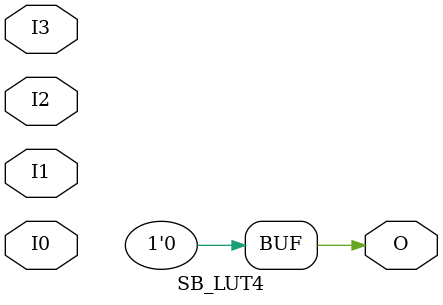
<source format=v>
(* abc_box_id = 1 *)
module SB_CARRY (output CO, input CI, I0, I1);
	assign CO = (I0 && I1) || ((I0 || I1) && CI);
endmodule

(* abc_box_id = 2 *)
module SB_LUT4 (output O, input I0, I1, I2, I3);
	parameter [15:0] LUT_INIT = 0;
	// Indicate this is a black-box
	assign O = 1'b0;
endmodule


</source>
